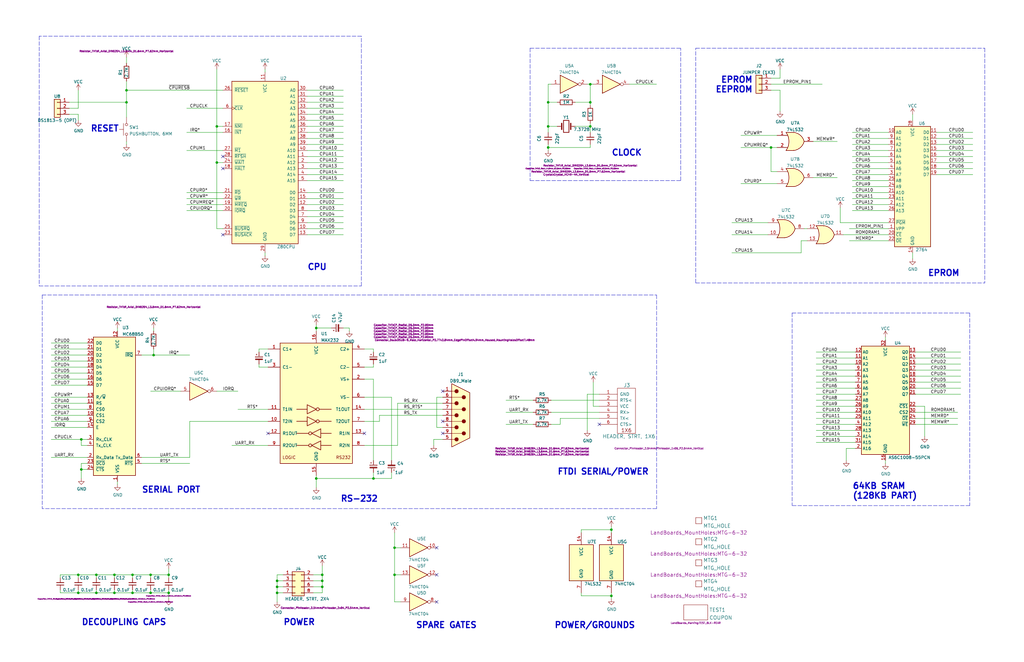
<source format=kicad_sch>
(kicad_sch (version 20211123) (generator eeschema)
  (paper "B")
  (title_block (title "SIMPLE-Z80") (date "2022-09-11") (rev "1") (company "Land Boards LLC"))
  (junction (at 231.14 62.23))
  (junction (at 157.48 201.93))
  (junction (at 133.35 138.43))
  (junction (at 248.92 53.34))
  (junction (at 135.89 247.65))
  (junction (at 71.12 250.19))
  (junction (at 34.29 198.12))
  (junction (at 55.88 242.57))
  (junction (at 33.02 250.19))
  (junction (at 33.02 242.57))
  (junction (at 91.44 53.34))
  (junction (at 71.12 242.57))
  (junction (at 257.81 223.52))
  (junction (at 166.37 242.57))
  (junction (at 231.14 53.34))
  (junction (at 135.89 242.57))
  (junction (at 64.77 149.86))
  (junction (at 116.84 250.19))
  (junction (at 248.92 35.56))
  (junction (at 48.26 250.19))
  (junction (at 48.26 242.57))
  (junction (at 53.34 43.18))
  (junction (at 40.64 242.57))
  (junction (at 133.35 201.93))
  (junction (at 116.84 245.11))
  (junction (at 135.89 245.11))
  (junction (at 53.34 38.1))
  (junction (at 63.5 242.57))
  (junction (at 116.84 247.65))
  (junction (at 91.44 68.58))
  (junction (at 231.14 43.18))
  (junction (at 63.5 250.19))
  (junction (at 40.64 250.19))
  (junction (at 34.29 185.42))
  (junction (at 166.37 231.14))
  (junction (at 55.88 250.19))
  (junction (at 257.81 251.46))
  (junction (at 325.12 62.23))
  (junction (at 248.92 43.18))
  (no_connect (at 184.15 242.57))
  (no_connect (at 184.15 254))
  (no_connect (at 93.98 66.04))
  (no_connect (at 93.98 71.12))
  (no_connect (at 93.98 99.06))
  (no_connect (at 252.73 179.07))
  (no_connect (at 186.69 182.88))
  (no_connect (at 186.69 177.8))
  (no_connect (at 186.69 165.1))
  (no_connect (at 113.03 182.88))
  (no_connect (at 153.67 182.88))
  (no_connect (at 184.15 231.14))
  (wire (pts (xy 359.41 81.28) (xy 374.65 81.28)))
  (wire (pts (xy 48.26 242.57) (xy 48.26 243.84)))
  (wire (pts (xy 135.89 247.65) (xy 135.89 245.11)))
  (wire (pts (xy 129.54 55.88) (xy 144.78 55.88)))
  (polyline (pts (xy 293.37 20.32) (xy 415.29 20.32)))
  (wire (pts (xy 325.12 35.56) (xy 346.71 35.56)))
  (wire (pts (xy 245.11 251.46) (xy 245.11 250.19)))
  (wire (pts (xy 153.67 154.94) (xy 157.48 154.94)))
  (wire (pts (xy 153.67 172.72) (xy 186.69 172.72)))
  (wire (pts (xy 359.41 86.36) (xy 374.65 86.36)))
  (wire (pts (xy 97.79 187.96) (xy 113.03 187.96)))
  (wire (pts (xy 71.12 243.84) (xy 71.12 242.57)))
  (wire (pts (xy 129.54 96.52) (xy 144.78 96.52)))
  (wire (pts (xy 386.08 156.21) (xy 405.13 156.21)))
  (wire (pts (xy 344.17 151.13) (xy 360.68 151.13)))
  (wire (pts (xy 312.42 62.23) (xy 325.12 62.23)))
  (wire (pts (xy 328.93 29.21) (xy 328.93 33.02)))
  (wire (pts (xy 129.54 68.58) (xy 144.78 68.58)))
  (wire (pts (xy 129.54 60.96) (xy 144.78 60.96)))
  (wire (pts (xy 116.84 250.19) (xy 116.84 254)))
  (wire (pts (xy 160.02 177.8) (xy 153.67 177.8)))
  (wire (pts (xy 21.59 175.26) (xy 36.83 175.26)))
  (wire (pts (xy 355.6 99.06) (xy 374.65 99.06)))
  (wire (pts (xy 49.53 138.43) (xy 49.53 139.7)))
  (polyline (pts (xy 334.01 132.08) (xy 408.94 132.08)))
  (wire (pts (xy 80.01 177.8) (xy 113.03 177.8)))
  (wire (pts (xy 359.41 83.82) (xy 374.65 83.82)))
  (wire (pts (xy 40.64 242.57) (xy 40.64 243.84)))
  (wire (pts (xy 48.26 242.57) (xy 40.64 242.57)))
  (wire (pts (xy 248.92 35.56) (xy 248.92 43.18)))
  (wire (pts (xy 344.17 186.69) (xy 360.68 186.69)))
  (wire (pts (xy 252.73 166.37) (xy 247.65 166.37)))
  (polyline (pts (xy 16.51 120.65) (xy 152.4 120.65)))
  (wire (pts (xy 213.36 173.99) (xy 224.79 173.99)))
  (wire (pts (xy 135.89 242.57) (xy 135.89 238.76)))
  (wire (pts (xy 71.12 248.92) (xy 71.12 250.19)))
  (wire (pts (xy 248.92 35.56) (xy 247.65 35.56)))
  (wire (pts (xy 53.34 38.1) (xy 93.98 38.1)))
  (wire (pts (xy 231.14 62.23) (xy 248.92 62.23)))
  (wire (pts (xy 59.69 149.86) (xy 64.77 149.86)))
  (wire (pts (xy 119.38 242.57) (xy 116.84 242.57)))
  (wire (pts (xy 53.34 24.13) (xy 53.34 26.67)))
  (wire (pts (xy 373.38 194.31) (xy 373.38 195.58)))
  (wire (pts (xy 34.29 185.42) (xy 36.83 185.42)))
  (wire (pts (xy 91.44 96.52) (xy 93.98 96.52)))
  (polyline (pts (xy 334.01 132.08) (xy 334.01 213.36)))
  (wire (pts (xy 49.53 203.2) (xy 49.53 204.47)))
  (wire (pts (xy 53.34 59.69) (xy 53.34 60.96)))
  (wire (pts (xy 166.37 231.14) (xy 168.91 231.14)))
  (wire (pts (xy 29.21 43.18) (xy 53.34 43.18)))
  (wire (pts (xy 248.92 62.23) (xy 248.92 60.96)))
  (wire (pts (xy 394.97 60.96) (xy 410.21 60.96)))
  (wire (pts (xy 250.19 161.29) (xy 250.19 171.45)))
  (wire (pts (xy 25.4 250.19) (xy 33.02 250.19)))
  (wire (pts (xy 91.44 53.34) (xy 91.44 68.58)))
  (wire (pts (xy 21.59 152.4) (xy 36.83 152.4)))
  (wire (pts (xy 160.02 175.26) (xy 160.02 177.8)))
  (wire (pts (xy 53.34 38.1) (xy 53.34 43.18)))
  (wire (pts (xy 231.14 43.18) (xy 234.95 43.18)))
  (wire (pts (xy 374.65 101.6) (xy 358.14 101.6)))
  (wire (pts (xy 133.35 138.43) (xy 133.35 139.7)))
  (wire (pts (xy 386.08 151.13) (xy 405.13 151.13)))
  (wire (pts (xy 64.77 147.32) (xy 64.77 149.86)))
  (wire (pts (xy 265.43 35.56) (xy 276.86 35.56)))
  (wire (pts (xy 257.81 250.19) (xy 257.81 251.46)))
  (wire (pts (xy 34.29 198.12) (xy 36.83 198.12)))
  (wire (pts (xy 394.97 63.5) (xy 410.21 63.5)))
  (wire (pts (xy 359.41 58.42) (xy 374.65 58.42)))
  (wire (pts (xy 116.84 245.11) (xy 119.38 245.11)))
  (wire (pts (xy 34.29 195.58) (xy 34.29 198.12)))
  (wire (pts (xy 25.4 242.57) (xy 33.02 242.57)))
  (wire (pts (xy 231.14 53.34) (xy 234.95 53.34)))
  (wire (pts (xy 78.74 81.28) (xy 93.98 81.28)))
  (wire (pts (xy 63.5 248.92) (xy 63.5 250.19)))
  (wire (pts (xy 213.36 179.07) (xy 224.79 179.07)))
  (wire (pts (xy 109.22 153.67) (xy 109.22 154.94)))
  (wire (pts (xy 386.08 173.99) (xy 403.86 173.99)))
  (wire (pts (xy 21.59 167.64) (xy 36.83 167.64)))
  (wire (pts (xy 133.35 137.16) (xy 133.35 138.43)))
  (wire (pts (xy 386.08 153.67) (xy 405.13 153.67)))
  (wire (pts (xy 132.08 245.11) (xy 135.89 245.11)))
  (wire (pts (xy 359.41 71.12) (xy 374.65 71.12)))
  (wire (pts (xy 153.67 187.96) (xy 167.64 187.96)))
  (polyline (pts (xy 223.52 76.2) (xy 287.02 76.2)))
  (wire (pts (xy 129.54 71.12) (xy 144.78 71.12)))
  (wire (pts (xy 344.17 184.15) (xy 360.68 184.15)))
  (wire (pts (xy 386.08 166.37) (xy 405.13 166.37)))
  (wire (pts (xy 325.12 62.23) (xy 325.12 72.39)))
  (wire (pts (xy 358.14 96.52) (xy 374.65 96.52)))
  (wire (pts (xy 144.78 138.43) (xy 147.32 138.43)))
  (wire (pts (xy 78.74 55.88) (xy 93.98 55.88)))
  (wire (pts (xy 386.08 161.29) (xy 405.13 161.29)))
  (wire (pts (xy 386.08 148.59) (xy 405.13 148.59)))
  (wire (pts (xy 78.74 86.36) (xy 93.98 86.36)))
  (wire (pts (xy 132.08 247.65) (xy 135.89 247.65)))
  (polyline (pts (xy 152.4 15.24) (xy 16.51 15.24)))
  (wire (pts (xy 40.64 248.92) (xy 40.64 250.19)))
  (wire (pts (xy 40.64 250.19) (xy 33.02 250.19)))
  (wire (pts (xy 359.41 88.9) (xy 374.65 88.9)))
  (wire (pts (xy 384.81 106.68) (xy 384.81 109.22)))
  (wire (pts (xy 359.41 76.2) (xy 374.65 76.2)))
  (wire (pts (xy 135.89 245.11) (xy 135.89 242.57)))
  (wire (pts (xy 34.29 198.12) (xy 34.29 201.93)))
  (wire (pts (xy 184.15 180.34) (xy 184.15 167.64)))
  (wire (pts (xy 257.81 223.52) (xy 245.11 223.52)))
  (wire (pts (xy 63.5 165.1) (xy 76.2 165.1)))
  (wire (pts (xy 312.42 57.15) (xy 327.66 57.15)))
  (polyline (pts (xy 223.52 20.32) (xy 287.02 20.32)))
  (wire (pts (xy 21.59 170.18) (xy 36.83 170.18)))
  (wire (pts (xy 21.59 157.48) (xy 36.83 157.48)))
  (wire (pts (xy 394.97 73.66) (xy 410.21 73.66)))
  (wire (pts (xy 111.76 29.21) (xy 111.76 30.48)))
  (wire (pts (xy 157.48 154.94) (xy 157.48 153.67)))
  (wire (pts (xy 21.59 193.04) (xy 36.83 193.04)))
  (wire (pts (xy 133.35 200.66) (xy 133.35 201.93)))
  (wire (pts (xy 165.1 201.93) (xy 165.1 199.39)))
  (wire (pts (xy 386.08 163.83) (xy 405.13 163.83)))
  (wire (pts (xy 157.48 147.32) (xy 157.48 148.59)))
  (wire (pts (xy 55.88 242.57) (xy 63.5 242.57)))
  (wire (pts (xy 386.08 176.53) (xy 403.86 176.53)))
  (wire (pts (xy 166.37 242.57) (xy 168.91 242.57)))
  (wire (pts (xy 394.97 66.04) (xy 410.21 66.04)))
  (polyline (pts (xy 16.51 15.24) (xy 16.51 120.65)))
  (wire (pts (xy 337.82 106.68) (xy 337.82 101.6)))
  (wire (pts (xy 186.69 175.26) (xy 160.02 175.26)))
  (wire (pts (xy 21.59 154.94) (xy 36.83 154.94)))
  (wire (pts (xy 312.42 77.47) (xy 327.66 77.47)))
  (wire (pts (xy 21.59 177.8) (xy 36.83 177.8)))
  (polyline (pts (xy 276.86 124.46) (xy 276.86 214.63)))
  (wire (pts (xy 344.17 179.07) (xy 360.68 179.07)))
  (wire (pts (xy 129.54 43.18) (xy 144.78 43.18)))
  (wire (pts (xy 78.74 83.82) (xy 93.98 83.82)))
  (wire (pts (xy 308.61 93.98) (xy 323.85 93.98)))
  (wire (pts (xy 231.14 43.18) (xy 231.14 53.34)))
  (wire (pts (xy 157.48 194.31) (xy 157.48 160.02)))
  (polyline (pts (xy 408.94 132.08) (xy 408.94 213.36)))
  (wire (pts (xy 394.97 68.58) (xy 410.21 68.58)))
  (wire (pts (xy 129.54 48.26) (xy 144.78 48.26)))
  (wire (pts (xy 386.08 158.75) (xy 405.13 158.75)))
  (wire (pts (xy 21.59 162.56) (xy 36.83 162.56)))
  (wire (pts (xy 113.03 154.94) (xy 109.22 154.94)))
  (wire (pts (xy 231.14 62.23) (xy 231.14 63.5)))
  (wire (pts (xy 91.44 68.58) (xy 91.44 96.52)))
  (wire (pts (xy 248.92 43.18) (xy 248.92 44.45)))
  (wire (pts (xy 325.12 72.39) (xy 327.66 72.39)))
  (wire (pts (xy 116.84 250.19) (xy 119.38 250.19)))
  (wire (pts (xy 257.81 251.46) (xy 257.81 252.73)))
  (wire (pts (xy 129.54 50.8) (xy 144.78 50.8)))
  (polyline (pts (xy 276.86 214.63) (xy 17.78 214.63)))
  (wire (pts (xy 232.41 179.07) (xy 236.22 179.07)))
  (wire (pts (xy 359.41 60.96) (xy 374.65 60.96)))
  (wire (pts (xy 359.41 78.74) (xy 374.65 78.74)))
  (wire (pts (xy 78.74 63.5) (xy 93.98 63.5)))
  (wire (pts (xy 91.44 68.58) (xy 93.98 68.58)))
  (wire (pts (xy 25.4 242.57) (xy 25.4 243.84)))
  (wire (pts (xy 133.35 138.43) (xy 139.7 138.43)))
  (wire (pts (xy 257.81 251.46) (xy 245.11 251.46)))
  (wire (pts (xy 129.54 93.98) (xy 144.78 93.98)))
  (wire (pts (xy 344.17 166.37) (xy 360.68 166.37)))
  (wire (pts (xy 354.33 87.63) (xy 354.33 93.98)))
  (wire (pts (xy 91.44 29.21) (xy 91.44 53.34)))
  (wire (pts (xy 344.17 168.91) (xy 360.68 168.91)))
  (wire (pts (xy 129.54 86.36) (xy 144.78 86.36)))
  (wire (pts (xy 21.59 144.78) (xy 36.83 144.78)))
  (wire (pts (xy 129.54 83.82) (xy 144.78 83.82)))
  (wire (pts (xy 36.83 195.58) (xy 34.29 195.58)))
  (wire (pts (xy 21.59 185.42) (xy 34.29 185.42)))
  (wire (pts (xy 344.17 161.29) (xy 360.68 161.29)))
  (wire (pts (xy 342.9 74.93) (xy 353.06 74.93)))
  (wire (pts (xy 344.17 153.67) (xy 360.68 153.67)))
  (wire (pts (xy 129.54 38.1) (xy 144.78 38.1)))
  (wire (pts (xy 111.76 106.68) (xy 111.76 107.95)))
  (wire (pts (xy 100.33 172.72) (xy 113.03 172.72)))
  (wire (pts (xy 59.69 193.04) (xy 80.01 193.04)))
  (wire (pts (xy 252.73 171.45) (xy 250.19 171.45)))
  (wire (pts (xy 248.92 53.34) (xy 248.92 55.88)))
  (wire (pts (xy 78.74 88.9) (xy 93.98 88.9)))
  (wire (pts (xy 252.73 176.53) (xy 236.22 176.53)))
  (wire (pts (xy 359.41 73.66) (xy 374.65 73.66)))
  (wire (pts (xy 64.77 149.86) (xy 80.01 149.86)))
  (wire (pts (xy 21.59 160.02) (xy 36.83 160.02)))
  (polyline (pts (xy 415.29 20.32) (xy 415.29 119.38)))
  (wire (pts (xy 166.37 254) (xy 168.91 254)))
  (wire (pts (xy 71.12 250.19) (xy 71.12 252.73)))
  (wire (pts (xy 359.41 55.88) (xy 374.65 55.88)))
  (wire (pts (xy 186.69 180.34) (xy 184.15 180.34)))
  (wire (pts (xy 344.17 156.21) (xy 360.68 156.21)))
  (wire (pts (xy 21.59 172.72) (xy 36.83 172.72)))
  (wire (pts (xy 129.54 76.2) (xy 144.78 76.2)))
  (wire (pts (xy 55.88 250.19) (xy 55.88 248.92)))
  (wire (pts (xy 325.12 33.02) (xy 328.93 33.02)))
  (wire (pts (xy 21.59 147.32) (xy 36.83 147.32)))
  (wire (pts (xy 157.48 201.93) (xy 165.1 201.93)))
  (wire (pts (xy 109.22 148.59) (xy 109.22 147.32)))
  (wire (pts (xy 147.32 138.43) (xy 147.32 139.7)))
  (wire (pts (xy 93.98 53.34) (xy 91.44 53.34)))
  (wire (pts (xy 344.17 181.61) (xy 360.68 181.61)))
  (wire (pts (xy 257.81 222.25) (xy 257.81 223.52)))
  (wire (pts (xy 308.61 99.06) (xy 323.85 99.06)))
  (wire (pts (xy 63.5 243.84) (xy 63.5 242.57)))
  (wire (pts (xy 344.17 171.45) (xy 360.68 171.45)))
  (wire (pts (xy 21.59 180.34) (xy 36.83 180.34)))
  (wire (pts (xy 29.21 45.72) (xy 33.02 45.72)))
  (wire (pts (xy 373.38 142.24) (xy 373.38 143.51)))
  (wire (pts (xy 231.14 35.56) (xy 231.14 43.18)))
  (wire (pts (xy 257.81 223.52) (xy 257.81 224.79)))
  (wire (pts (xy 231.14 60.96) (xy 231.14 62.23)))
  (wire (pts (xy 167.64 170.18) (xy 186.69 170.18)))
  (wire (pts (xy 165.1 167.64) (xy 165.1 194.31)))
  (wire (pts (xy 25.4 250.19) (xy 25.4 248.92)))
  (wire (pts (xy 167.64 170.18) (xy 167.64 187.96)))
  (wire (pts (xy 153.67 167.64) (xy 165.1 167.64)))
  (wire (pts (xy 166.37 231.14) (xy 166.37 242.57)))
  (wire (pts (xy 245.11 223.52) (xy 245.11 224.79)))
  (wire (pts (xy 153.67 147.32) (xy 157.48 147.32)))
  (polyline (pts (xy 223.52 20.32) (xy 223.52 76.2)))
  (wire (pts (xy 116.84 247.65) (xy 116.84 250.19)))
  (wire (pts (xy 78.74 45.72) (xy 93.98 45.72)))
  (wire (pts (xy 63.5 242.57) (xy 71.12 242.57)))
  (wire (pts (xy 33.02 250.19) (xy 33.02 248.92)))
  (wire (pts (xy 386.08 179.07) (xy 403.86 179.07)))
  (wire (pts (xy 53.34 34.29) (xy 53.34 38.1)))
  (wire (pts (xy 129.54 58.42) (xy 144.78 58.42)))
  (wire (pts (xy 129.54 91.44) (xy 144.78 91.44)))
  (wire (pts (xy 247.65 166.37) (xy 247.65 181.61)))
  (wire (pts (xy 21.59 149.86) (xy 36.83 149.86)))
  (wire (pts (xy 40.64 242.57) (xy 33.02 242.57)))
  (wire (pts (xy 394.97 58.42) (xy 410.21 58.42)))
  (wire (pts (xy 63.5 250.19) (xy 55.88 250.19)))
  (wire (pts (xy 344.17 176.53) (xy 360.68 176.53)))
  (wire (pts (xy 344.17 148.59) (xy 360.68 148.59)))
  (wire (pts (xy 384.81 48.26) (xy 384.81 50.8)))
  (wire (pts (xy 80.01 193.04) (xy 80.01 177.8)))
  (wire (pts (xy 325.12 38.1) (xy 328.93 38.1)))
  (wire (pts (xy 133.35 201.93) (xy 133.35 205.74)))
  (wire (pts (xy 53.34 43.18) (xy 53.34 49.53)))
  (polyline (pts (xy 293.37 119.38) (xy 293.37 20.32)))
  (polyline (pts (xy 152.4 120.65) (xy 152.4 15.24)))
  (wire (pts (xy 129.54 73.66) (xy 144.78 73.66)))
  (wire (pts (xy 48.26 250.19) (xy 40.64 250.19)))
  (wire (pts (xy 71.12 240.03) (xy 71.12 242.57)))
  (wire (pts (xy 182.88 185.42) (xy 186.69 185.42)))
  (wire (pts (xy 339.09 96.52) (xy 340.36 96.52)))
  (wire (pts (xy 308.61 106.68) (xy 337.82 106.68)))
  (wire (pts (xy 64.77 138.43) (xy 64.77 139.7)))
  (wire (pts (xy 166.37 224.79) (xy 166.37 231.14)))
  (wire (pts (xy 232.41 173.99) (xy 252.73 173.99)))
  (wire (pts (xy 132.08 242.57) (xy 135.89 242.57)))
  (wire (pts (xy 232.41 168.91) (xy 252.73 168.91)))
  (wire (pts (xy 242.57 53.34) (xy 248.92 53.34)))
  (wire (pts (xy 48.26 248.92) (xy 48.26 250.19)))
  (wire (pts (xy 231.14 53.34) (xy 231.14 55.88)))
  (wire (pts (xy 386.08 171.45) (xy 389.89 171.45)))
  (wire (pts (xy 157.48 201.93) (xy 157.48 199.39)))
  (wire (pts (xy 135.89 250.19) (xy 135.89 247.65)))
  (wire (pts (xy 29.21 48.26) (xy 33.02 48.26)))
  (wire (pts (xy 55.88 250.19) (xy 48.26 250.19)))
  (wire (pts (xy 129.54 99.06) (xy 144.78 99.06)))
  (wire (pts (xy 182.88 185.42) (xy 182.88 187.96)))
  (wire (pts (xy 248.92 53.34) (xy 248.92 52.07)))
  (wire (pts (xy 394.97 71.12) (xy 410.21 71.12)))
  (wire (pts (xy 248.92 43.18) (xy 242.57 43.18)))
  (wire (pts (xy 359.41 68.58) (xy 374.65 68.58)))
  (wire (pts (xy 328.93 38.1) (xy 328.93 46.99)))
  (wire (pts (xy 129.54 63.5) (xy 144.78 63.5)))
  (wire (pts (xy 344.17 163.83) (xy 360.68 163.83)))
  (wire (pts (xy 359.41 63.5) (xy 374.65 63.5)))
  (wire (pts (xy 33.02 38.1) (xy 33.02 45.72)))
  (wire (pts (xy 116.84 242.57) (xy 116.84 245.11)))
  (wire (pts (xy 71.12 250.19) (xy 63.5 250.19)))
  (wire (pts (xy 55.88 242.57) (xy 48.26 242.57)))
  (wire (pts (xy 129.54 45.72) (xy 144.78 45.72)))
  (wire (pts (xy 129.54 66.04) (xy 144.78 66.04)))
  (wire (pts (xy 109.22 147.32) (xy 113.03 147.32)))
  (wire (pts (xy 342.9 59.69) (xy 353.06 59.69)))
  (wire (pts (xy 55.88 243.84) (xy 55.88 242.57)))
  (wire (pts (xy 184.15 167.64) (xy 186.69 167.64)))
  (wire (pts (xy 34.29 187.96) (xy 36.83 187.96)))
  (wire (pts (xy 116.84 245.11) (xy 116.84 247.65)))
  (wire (pts (xy 250.19 35.56) (xy 248.92 35.56)))
  (wire (pts (xy 389.89 171.45) (xy 389.89 184.15)))
  (polyline (pts (xy 287.02 76.2) (xy 287.02 20.32)))
  (polyline (pts (xy 293.37 119.38) (xy 415.29 119.38)))
  (wire (pts (xy 344.17 158.75) (xy 360.68 158.75)))
  (wire (pts (xy 91.44 165.1) (xy 100.33 165.1)))
  (wire (pts (xy 213.36 168.91) (xy 224.79 168.91)))
  (wire (pts (xy 356.87 189.23) (xy 360.68 189.23)))
  (wire (pts (xy 33.02 242.57) (xy 33.02 243.84)))
  (wire (pts (xy 359.41 66.04) (xy 374.65 66.04)))
  (wire (pts (xy 133.35 201.93) (xy 157.48 201.93)))
  (wire (pts (xy 325.12 62.23) (xy 327.66 62.23)))
  (wire (pts (xy 166.37 242.57) (xy 166.37 254)))
  (polyline (pts (xy 408.94 213.36) (xy 334.01 213.36)))
  (polyline (pts (xy 17.78 124.46) (xy 17.78 214.63)))
  (wire (pts (xy 129.54 40.64) (xy 144.78 40.64)))
  (wire (pts (xy 236.22 176.53) (xy 236.22 179.07)))
  (wire (pts (xy 116.84 247.65) (xy 119.38 247.65)))
  (wire (pts (xy 129.54 53.34) (xy 144.78 53.34)))
  (wire (pts (xy 129.54 88.9) (xy 144.78 88.9)))
  (wire (pts (xy 344.17 173.99) (xy 360.68 173.99)))
  (wire (pts (xy 34.29 185.42) (xy 34.29 187.96)))
  (wire (pts (xy 157.48 160.02) (xy 153.67 160.02)))
  (wire (pts (xy 337.82 101.6) (xy 340.36 101.6)))
  (wire (pts (xy 354.33 93.98) (xy 374.65 93.98)))
  (wire (pts (xy 394.97 55.88) (xy 410.21 55.88)))
  (wire (pts (xy 33.02 48.26) (xy 33.02 50.8)))
  (polyline (pts (xy 17.78 124.46) (xy 276.86 124.46)))
  (wire (pts (xy 132.08 250.19) (xy 135.89 250.19)))
  (wire (pts (xy 356.87 194.31) (xy 356.87 189.23)))
  (wire (pts (xy 232.41 35.56) (xy 231.14 35.56)))
  (wire (pts (xy 129.54 81.28) (xy 144.78 81.28)))
  (wire (pts (xy 59.69 195.58) (xy 80.01 195.58)))
  (text "POWER" (at 119.38 264.16 0) (effects (font (size 2.54 2.54) (thickness 0.508) bold) (justify left bottom)))
  (text "RESET" (at 38.1 55.88 0) (effects (font (size 2.54 2.54) (thickness 0.508) bold) (justify left bottom)))
  (text "64KB SRAM\n(128KB PART)" (at 359.41 210.82 0) (effects (font (size 2.54 2.54) (thickness 0.508) bold) (justify left bottom)))
  (text "DECOUPLING CAPS" (at 34.29 264.16 0) (effects (font (size 2.54 2.54) (thickness 0.508) bold) (justify left bottom)))
  (text "SPARE GATES" (at 175.26 265.43 0) (effects (font (size 2.54 2.54) (thickness 0.508) bold) (justify left bottom)))
  (text "FTDI SERIAL/POWER" (at 234.95 200.66 0) (effects (font (size 2.54 2.54) (thickness 0.508) bold) (justify left bottom)))
  (text "SERIAL PORT" (at 59.69 208.28 0) (effects (font (size 2.54 2.54) (thickness 0.508) bold) (justify left bottom)))
  (text "EPROM\nEEPROM" (at 317.5 39.37 180) (effects (font (size 2.54 2.54) (thickness 0.508) bold) (justify right bottom)))
  (text "POWER/GROUNDS" (at 233.68 265.43 0) (effects (font (size 2.54 2.54) (thickness 0.508) bold) (justify left bottom)))
  (text "EPROM" (at 391.16 116.84 0) (effects (font (size 2.54 2.54) (thickness 0.508) bold) (justify left bottom)))
  (text "CPU" (at 129.54 114.3 0) (effects (font (size 2.54 2.54) (thickness 0.508) bold) (justify left bottom)))
  (text "CLOCK" (at 257.81 66.04 0) (effects (font (size 2.54 2.54) (thickness 0.508) bold) (justify left bottom)))
  (text "RS-232" (at 143.51 212.09 0) (effects (font (size 2.54 2.54) (thickness 0.508) bold) (justify left bottom)))
  (label "CPUD6" (at 134.62 96.52 0))
  (label "CPUA8" (at 360.68 76.2 0))
  (label "CPURD*" (at 80.01 81.28 0))
  (label "CPUA14" (at 309.88 99.06 0))
  (label "UART_RX" (at 214.63 173.99 0))
  (label "MEMRD*" (at 360.68 101.6 0))
  (label "CPUA9" (at 134.62 60.96 0))
  (label "CPUA0" (at 346.71 148.59 0))
  (label "CPUA1" (at 134.62 40.64 0))
  (label "MEMWR*" (at 392.43 179.07 0))
  (label "CPUA12" (at 346.71 179.07 0))
  (label "CPUA12" (at 134.62 68.58 0))
  (label "CPUD4" (at 22.86 154.94 0))
  (label "CPUWR*" (at 313.69 57.15 0))
  (label "CPUD4" (at 400.05 66.04 0))
  (label "CPUA3" (at 134.62 45.72 0))
  (label "CPUA15" (at 134.62 76.2 0))
  (label "CPUA7" (at 360.68 73.66 0))
  (label "CPUA6" (at 360.68 71.12 0))
  (label "CPUD7" (at 22.86 162.56 0))
  (label "CPUA11" (at 346.71 176.53 0))
  (label "CPUMREQ*" (at 313.69 62.23 0))
  (label "CPUD1" (at 22.86 147.32 0))
  (label "CPUA15" (at 309.88 106.68 0))
  (label "CPUD5" (at 392.43 161.29 0))
  (label "CPUD2" (at 22.86 149.86 0))
  (label "CPUD7" (at 134.62 99.06 0))
  (label "CPUD3" (at 134.62 88.9 0))
  (label "MEMWR*" (at 344.17 59.69 0))
  (label "CPUM1" (at 22.86 172.72 0))
  (label "CPUD4" (at 134.62 91.44 0))
  (label "CPUMREQ*" (at 80.01 86.36 0))
  (label "CPUD6" (at 22.86 160.02 0))
  (label "CPUA4" (at 360.68 66.04 0))
  (label "CPUA8" (at 134.62 58.42 0))
  (label "RS_RX" (at 170.18 170.18 0))
  (label "CPUA2" (at 134.62 43.18 0))
  (label "CPUCLK" (at 22.86 185.42 0))
  (label "CPUD3" (at 392.43 156.21 0))
  (label "UART_RX" (at 22.86 193.04 0))
  (label "CPUD7" (at 400.05 73.66 0))
  (label "UART_RX" (at 99.06 187.96 0))
  (label "CPUA11" (at 360.68 83.82 0))
  (label "EPROM_PIN1" (at 330.2 35.56 0))
  (label "CPUD2" (at 400.05 60.96 0))
  (label "CPUA13" (at 346.71 181.61 0))
  (label "MEMRD*" (at 344.17 74.93 0))
  (label "CPUA12" (at 360.68 86.36 0))
  (label "CPUIORQ*" (at 80.01 88.9 0))
  (label "CPUA7" (at 22.86 175.26 0))
  (label "CPUA14" (at 134.62 73.66 0))
  (label "CPUD5" (at 22.86 157.48 0))
  (label "CPUA0" (at 22.86 170.18 0))
  (label "CPUA6" (at 346.71 163.83 0))
  (label "CPUD3" (at 22.86 152.4 0))
  (label "CPUD1" (at 392.43 151.13 0))
  (label "CPUA10" (at 134.62 63.5 0))
  (label "IRQ*" (at 80.01 55.88 0))
  (label "CPUD2" (at 392.43 153.67 0))
  (label "CPUD0" (at 392.43 148.59 0))
  (label "CPUA9" (at 346.71 171.45 0))
  (label "MEMRD*" (at 392.43 176.53 0))
  (label "EPROM_PIN1" (at 360.68 96.52 0))
  (label "CPUD7" (at 392.43 166.37 0))
  (label "CPUA2" (at 360.68 60.96 0))
  (label "ROM0RAM1" (at 392.43 173.99 0))
  (label "CPUA5" (at 346.71 161.29 0))
  (label "UART_TX" (at 67.31 193.04 0))
  (label "CPUD6" (at 392.43 163.83 0))
  (label "RTS*" (at 67.31 195.58 0))
  (label "CPUA1" (at 360.68 58.42 0))
  (label "CPURD*" (at 313.69 77.47 0))
  (label "CPUD3" (at 400.05 63.5 0))
  (label "IORQ" (at 22.86 180.34 0))
  (label "CPUD0" (at 400.05 55.88 0))
  (label "ROM0RAM1" (at 360.68 99.06 0))
  (label "CPUD2" (at 134.62 86.36 0))
  (label "CPUWR*" (at 80.01 83.82 0))
  (label "CPUD5" (at 400.05 68.58 0))
  (label "CPUA3" (at 346.71 156.21 0))
  (label "CPUD4" (at 392.43 158.75 0))
  (label "IRQ*" (at 71.12 149.86 0))
  (label "CPUA8" (at 346.71 168.91 0))
  (label "CPUA7" (at 346.71 166.37 0))
  (label "CPUA4" (at 134.62 48.26 0))
  (label "RS_RTS*" (at 170.18 172.72 0))
  (label "CPUA3" (at 360.68 63.5 0))
  (label "CPUA13" (at 134.62 71.12 0))
  (label "CPUA2" (at 346.71 153.67 0))
  (label "CPUA6" (at 134.62 53.34 0))
  (label "CPUCLK" (at 80.01 45.72 0))
  (label "CPUA7" (at 134.62 55.88 0))
  (label "CPUA10" (at 346.71 173.99 0))
  (label "RTS*" (at 104.14 172.72 0))
  (label "CPUA5" (at 360.68 68.58 0))
  (label "CPUA5" (at 134.62 50.8 0))
  (label "CPUA10" (at 360.68 81.28 0))
  (label "CPUA9" (at 360.68 78.74 0))
  (label "CPUA4" (at 346.71 158.75 0))
  (label "CPUA14" (at 346.71 184.15 0))
  (label "CPUA1" (at 346.71 151.13 0))
  (label "CPUD0" (at 134.62 81.28 0))
  (label "CPUA11" (at 134.62 66.04 0))
  (label "UART_TX" (at 214.63 179.07 0))
  (label "CPUWR*" (at 22.86 167.64 0))
  (label "RTS*" (at 214.63 168.91 0))
  (label "CPUIORQ*" (at 64.77 165.1 0))
  (label "CPUM1" (at 80.01 63.5 0))
  (label "CPUD1" (at 134.62 83.82 0))
  (label "CPUD5" (at 134.62 93.98 0))
  (label "CPUA15" (at 346.71 186.69 0))
  (label "CPUCLK" (at 267.97 35.56 0))
  (label "IORQ" (at 93.98 165.1 0))
  (label "CPUD0" (at 22.86 144.78 0))
  (label "CPUA13" (at 360.68 88.9 0))
  (label "CPUA0" (at 360.68 55.88 0))
  (label "CPUA0" (at 134.62 38.1 0))
  (label "RS_TX" (at 170.18 175.26 0))
  (label "CPUA13" (at 309.88 93.98 0))
  (label "~{CPURESB}" (at 71.12 38.1 0))
  (label "CPUA6" (at 22.86 177.8 0))
  (label "CPUD6" (at 400.05 71.12 0))
  (label "CPUD1" (at 400.05 58.42 0))
  (symbol (lib_id "power:GND") (at 111.76 107.95 0) (unit 1)
    (property "Reference" "#PWR0101" (effects hide))
    (property "Value" "GND" (at 111.887 112.3442 0))
  )
  (symbol (lib_id "74xx:74LS32") (at 245.11 237.49 0) (unit 5)
    (property "Reference" "U7" (at 247.65 228.6 0) (effects (justify left)))
    (property "Value" "74LS32" (at 246.38 246.38 0) (effects (justify left)))
    (property "Footprint" "Package_DIP:DIP-14_W7.62mm_LongPads" (effects hide))
    (property "Datasheet" "http://www.ti.com/lit/gpn/sn74LS32" (effects hide))
  )
  (symbol (lib_id "power:VCC") (at 250.19 161.29 0) (unit 1)
    (property "Reference" "#PWR0126" (effects hide))
    (property "Value" "VCC" (at 250.19 157.6855 0))
  )
  (symbol (lib_id "power:VCC") (at 384.81 48.26 0) (unit 1)
    (property "Reference" "#PWR0108" (effects hide))
    (property "Value" "VCC" (at 384.81 44.6555 0))
  )
  (symbol (lib_id "Switch:SW_Push") (at 53.34 54.61 90) (unit 1)
    (property "Reference" "SW1" (at 54.483 53.7015 90) (effects (justify right)))
    (property "Value" "PUSHBUTTON, 6MM" (at 54.483 56.4766 90) (effects (justify right)))
    (property "Footprint" "Button_Switch_THT:SW_PUSH_6mm_H8.5mm" (effects hide))
  )
  (symbol (lib_id "Device:R") (at 228.6 173.99 90) (unit 1)
    (property "Reference" "R6" (at 228.6 171.45 90))
    (property "Value" "2.7K" (at 228.6 173.99 90))
    (property "Footprint" "Resistor_THT:R_Axial_DIN0204_L3.6mm_D1.6mm_P7.62mm_Horizontal" (at 228.6 190.5 90) (effects (font (size 0.762 0.762))))
    (property "Datasheet" "https://www.mouser.com/ProductDetail/Xicon/299-2.7K-RC?qs=sGAEpiMZZMsPqMdJzcrNwi5wZazroUaaviDzz9InDsw%3D" (effects hide))
  )
  (symbol (lib_id "74xx:74LS32") (at 335.28 59.69 0) (unit 1)
    (property "Reference" "U7" (at 335.28 51.9135 0))
    (property "Value" "74LS32" (at 335.28 54.6886 0))
    (property "Footprint" "Package_DIP:DIP-14_W7.62mm_LongPads" (effects hide))
    (property "Datasheet" "http://www.ti.com/lit/gpn/sn74LS32" (effects hide))
  )
  (symbol (lib_id "74xx:74LS04") (at 240.03 35.56 0) (unit 1)
    (property "Reference" "U5" (at 240.03 27.7835 0))
    (property "Value" "74HCT04" (at 240.03 30.5586 0))
    (property "Footprint" "Package_DIP:DIP-14_W7.62mm_LongPads" (effects hide))
    (property "Datasheet" "http://www.ti.com/lit/gpn/sn74LS04" (effects hide))
  )
  (symbol (lib_id "74xx:74LS32") (at 331.47 96.52 0) (unit 3)
    (property "Reference" "U7" (at 331.47 88.7435 0))
    (property "Value" "74LS32" (at 331.47 91.5186 0))
    (property "Footprint" "Package_DIP:DIP-14_W7.62mm_LongPads" (effects hide))
    (property "Datasheet" "http://www.ti.com/lit/gpn/sn74LS32" (effects hide))
  )
  (symbol (lib_id "Device:C_Small") (at 40.64 246.38 180) (unit 1)
    (property "Reference" "C11" (at 43.18 243.84 0))
    (property "Value" "0.1uF" (at 44.45 248.92 0))
    (property "Footprint" "Capacitor_THT:C_Rect_L4.0mm_W2.5mm_P2.50mm" (at 40.64 252.73 0) (effects (font (size 0.508 0.508))))
  )
  (symbol (lib_id "power:VCC") (at 91.44 29.21 0) (unit 1)
    (property "Reference" "#PWR0130" (effects hide))
    (property "Value" "VCC" (at 91.44 25.6055 0))
  )
  (symbol (lib_id "Device:C_Small") (at 63.5 246.38 180) (unit 1)
    (property "Reference" "C8" (at 66.04 243.84 0))
    (property "Value" "0.1uF" (at 67.31 248.92 0))
    (property "Footprint" "Capacitor_THT:C_Rect_L4.0mm_W2.5mm_P2.50mm" (at 63.5 254 0) (effects (font (size 0.508 0.508))))
  )
  (symbol (lib_id "Interface_UART:MAX232") (at 133.35 170.18 0) (unit 1)
    (property "Reference" "U1" (at 135.3694 140.8135 0) (effects (justify left)))
    (property "Value" "MAX232" (at 135.3694 143.5886 0) (effects (justify left)))
    (property "Footprint" "Package_DIP:DIP-16_W7.62mm_LongPads" (effects hide))
    (property "Datasheet" "http://www.ti.com/lit/ds/symlink/max232.pdf" (effects hide))
  )
  (symbol (lib_id "power:GND") (at 247.65 181.61 0) (unit 1)
    (property "Reference" "#PWR0127" (effects hide))
    (property "Value" "GND" (at 247.777 186.0042 0))
  )
  (symbol (lib_id "power:GND") (at 33.02 50.8 0) (unit 1)
    (property "Reference" "#PWR0133" (effects hide))
    (property "Value" "GND" (at 33.147 55.1942 0))
  )
  (symbol (lib_id "power:GND") (at 182.88 187.96 0) (unit 1)
    (property "Reference" "#PWR0123" (effects hide))
    (property "Value" "GND" (at 183.007 192.3542 0))
  )
  (symbol (lib_id "CPU:Z80CPU") (at 111.76 68.58 0) (unit 1)
    (property "Reference" "U2" (at 118.11 33.02 0) (effects (justify left)))
    (property "Value" "Z80CPU" (at 116.84 104.14 0) (effects (justify left)))
    (property "Footprint" "Package_DIP:DIP-40_W15.24mm_LongPads" (effects hide))
    (property "Datasheet" "www.zilog.com/manage_directlink.php?filepath=docs/z80/um0080" (effects hide))
  )
  (symbol (lib_id "power:GND") (at 71.12 252.73 0) (unit 1)
    (property "Reference" "#PWR0106" (effects hide))
    (property "Value" "GND" (at 71.247 257.1242 0))
  )
  (symbol (lib_id "74xx:74LS04") (at 257.81 237.49 0) (unit 7)
    (property "Reference" "U5" (at 260.35 228.6 0) (effects (justify left)))
    (property "Value" "74HCT04" (at 259.08 246.38 0) (effects (justify left)))
    (property "Footprint" "Package_DIP:DIP-14_W7.62mm_LongPads" (effects hide))
    (property "Datasheet" "http://www.ti.com/lit/gpn/sn74LS04" (effects hide))
  )
  (symbol (lib_id "Connector_Generic:Conn_02x04_Odd_Even") (at 124.46 245.11 0) (unit 1)
    (property "Reference" "J4" (at 125.73 240.03 0))
    (property "Value" "HEADER, STRT, 2X4" (at 129.54 252.73 0))
    (property "Footprint" "Connector_PinHeader_2.54mm:PinHeader_2x04_P2.54mm_Vertical" (at 137.16 256.54 0) (effects (font (size 0.762 0.762) bold)))
  )
  (symbol (lib_id "Device:C_Polarized_Small") (at 142.24 138.43 90) (unit 1)
    (property "Reference" "C14" (at 140.7854 136.271 0) (effects (justify left)))
    (property "Value" "47uF" (at 143.5605 136.271 0) (effects (justify left)))
    (property "Footprint" "Capacitor_THT:CP_Radial_D5.0mm_P2.00mm" (at 170.18 137.16 90) (effects (font (size 0.762 0.762) bold)))
  )
  (symbol (lib_id "power:GND") (at 147.32 139.7 0) (unit 1)
    (property "Reference" "#PWR0117" (effects hide))
    (property "Value" "GND" (at 147.447 144.0942 0))
  )
  (symbol (lib_id "power:GND") (at 384.81 109.22 0) (unit 1)
    (property "Reference" "#PWR0109" (effects hide))
    (property "Value" "GND" (at 384.937 113.6142 0))
  )
  (symbol (lib_id "Device:C_Polarized_Small") (at 165.1 196.85 180) (unit 1)
    (property "Reference" "C4" (at 170.18 195.58 0) (effects (justify left)))
    (property "Value" "1uF" (at 170.18 199.39 0) (effects (justify left)))
    (property "Footprint" "Capacitor_THT:CP_Radial_D5.0mm_P2.00mm" (at 170.18 142.24 0) (effects (font (size 0.762 0.762) bold)))
    (property "Datasheet" "https://www.mouser.com/ProductDetail/710-860020672005" (effects hide))
  )
  (symbol (lib_id "Memory_EPROM:27C128") (at 384.81 78.74 0) (unit 1)
    (property "Reference" "U6" (at 387.35 52.07 0) (effects (justify left)))
    (property "Value" "2764" (at 386.08 105.41 0) (effects (justify left)))
    (property "Footprint" "Package_DIP:DIP-28_W15.24mm_LongPads" (effects hide))
    (property "Datasheet" "http://ww1.microchip.com/downloads/en/devicedoc/11003L.pdf" (effects hide))
  )
  (symbol (lib_id "74xx:74LS32") (at 335.28 74.93 0) (unit 2)
    (property "Reference" "U7" (at 335.28 67.1535 0))
    (property "Value" "74LS32" (at 335.28 69.9286 0))
    (property "Footprint" "Package_DIP:DIP-14_W7.62mm_LongPads" (effects hide))
    (property "Datasheet" "http://www.ti.com/lit/gpn/sn74LS32" (effects hide))
  )
  (symbol (lib_id "Device:Crystal") (at 238.76 53.34 0) (unit 1)
    (property "Reference" "Y1" (at 238.76 49.53 0))
    (property "Value" "7.3728 MHz" (at 247.65 54.61 0))
    (property "Footprint" "Crystal:Crystal_HC49-4H_Vertical" (at 238.76 73.66 0) (effects (font (size 0.762 0.762))))
    (property "Datasheet" "https://www.mouser.com/ProductDetail/815-ABL-7.3728-B2" (effects hide))
  )
  (symbol (lib_id "LandBoards_Cards:FTDI-Slave") (at 264.16 172.72 0) (unit 1)
    (property "Reference" "J3" (at 262.89 162.56 0) (effects (font (size 1.524 1.524)) (justify left)))
    (property "Value" "HEADER, STRT, 1X6" (at 254 184.15 0) (effects (font (size 1.524 1.524)) (justify left)))
    (property "Footprint" "Connector_PinHeader_2.54mm:PinHeader_1x06_P2.54mm_Vertical" (at 259.08 189.23 0) (effects (font (size 0.762 0.762)) (justify left)))
  )
  (symbol (lib_id "Device:C_Polarized_Small") (at 157.48 196.85 0) (unit 1)
    (property "Reference" "C3" (at 159.639 195.3954 0) (effects (justify left)))
    (property "Value" "1uF" (at 158.75 199.39 0) (effects (justify left)))
    (property "Footprint" "Capacitor_THT:CP_Radial_D5.0mm_P2.00mm" (at 170.18 140.97 0) (effects (font (size 0.762 0.762) bold)))
    (property "Datasheet" "https://www.mouser.com/ProductDetail/710-860020672005" (effects hide))
  )
  (symbol (lib_id "power:VCC") (at 111.76 29.21 0) (unit 1)
    (property "Reference" "#PWR0103" (effects hide))
    (property "Value" "VCC" (at 111.76 25.6055 0))
  )
  (symbol (lib_id "74xx:74LS04") (at 257.81 35.56 0) (unit 2)
    (property "Reference" "U5" (at 257.81 27.7835 0))
    (property "Value" "74HCT04" (at 257.81 30.5586 0))
    (property "Footprint" "Package_DIP:DIP-14_W7.62mm_LongPads" (effects hide))
    (property "Datasheet" "http://www.ti.com/lit/gpn/sn74LS04" (effects hide))
  )
  (symbol (lib_id "power:VCC") (at 49.53 138.43 0) (unit 1)
    (property "Reference" "#PWR0125" (effects hide))
    (property "Value" "VCC" (at 49.53 134.8255 0))
  )
  (symbol (lib_id "power:GND") (at 116.84 254 0) (unit 1)
    (property "Reference" "#PWR0129" (effects hide))
    (property "Value" "GND" (at 116.967 258.3942 0))
  )
  (symbol (lib_id "LandBoards_Semis:MC68B50_FIXED") (at 49.53 172.72 0) (unit 1)
    (property "Reference" "U3" (at 51.5494 138.2735 0) (effects (justify left)))
    (property "Value" "MC68B50" (at 51.5494 141.0486 0) (effects (justify left)))
    (property "Footprint" "Package_DIP:DIP-24_W15.24mm" (effects hide))
    (property "Datasheet" "https://www.jameco.com/Jameco/Products/ProdDS/43633.pdf" (effects hide))
  )
  (symbol (lib_id "power:VCC") (at 135.89 238.76 0) (unit 1)
    (property "Reference" "#PWR0128" (effects hide))
    (property "Value" "VCC" (at 135.89 235.1555 0))
  )
  (symbol (lib_id "power:GND") (at 373.38 195.58 0) (unit 1)
    (property "Reference" "#PWR0111" (effects hide))
    (property "Value" "GND" (at 373.507 199.9742 0))
  )
  (symbol (lib_id "Memory_RAM:628128_DIP32_SSOP32") (at 373.38 168.91 0) (unit 1)
    (property "Reference" "U4" (at 377.19 144.78 0) (effects (justify left)))
    (property "Value" "AS6C1008-55PCN" (at 374.65 193.04 0) (effects (justify left)))
    (property "Footprint" "Package_DIP:DIP-32_W15.24mm_LongPads" (effects hide))
    (property "Datasheet" "http://www.futurlec.com/Datasheet/Memory/628128.pdf" (effects hide))
  )
  (symbol (lib_id "Device:R") (at 228.6 168.91 90) (unit 1)
    (property "Reference" "R5" (at 228.6 166.37 90))
    (property "Value" "2.7K" (at 228.6 168.91 90))
    (property "Footprint" "Resistor_THT:R_Axial_DIN0204_L3.6mm_D1.6mm_P7.62mm_Horizontal" (at 228.6 189.23 90) (effects (font (size 0.762 0.762))))
    (property "Datasheet" "https://www.mouser.com/ProductDetail/Xicon/299-2.7K-RC?qs=sGAEpiMZZMsPqMdJzcrNwi5wZazroUaaviDzz9InDsw%3D" (effects hide))
  )
  (symbol (lib_id "power:VCC") (at 373.38 142.24 0) (unit 1)
    (property "Reference" "#PWR0115" (effects hide))
    (property "Value" "VCC" (at 373.38 138.6355 0))
  )
  (symbol (lib_id "Connector_Generic:Conn_01x03") (at 320.04 35.56 0) (mirror y) (unit 1)
    (property "Reference" "J2" (at 320.04 27.7835 0))
    (property "Value" "JUMPER (1X3)" (at 320.04 30.5586 0))
    (property "Footprint" "Connector_PinHeader_2.54mm:PinHeader_1x03_P2.54mm_Vertical" (effects hide))
  )
  (symbol (lib_id "Device:C_Small") (at 71.12 246.38 180) (unit 1)
    (property "Reference" "C9" (at 73.66 243.84 0))
    (property "Value" "0.1uF" (at 74.93 248.92 0))
    (property "Footprint" "Capacitor_THT:C_Rect_L4.0mm_W2.5mm_P2.50mm" (at 71.12 251.46 0) (effects (font (size 0.508 0.508))))
  )
  (symbol (lib_id "power:GND") (at 356.87 194.31 0) (unit 1)
    (property "Reference" "#PWR0102" (effects hide))
    (property "Value" "GND" (at 356.997 198.7042 0))
  )
  (symbol (lib_id "74xx:74LS04") (at 83.82 165.1 0) (unit 3)
    (property "Reference" "U5" (at 83.82 157.3235 0))
    (property "Value" "74HCT04" (at 83.82 160.0986 0))
    (property "Footprint" "Package_DIP:DIP-14_W7.62mm_LongPads" (effects hide))
    (property "Datasheet" "http://www.ti.com/lit/gpn/sn74LS04" (effects hide))
  )
  (symbol (lib_id "74xx:74LS04") (at 176.53 242.57 0) (unit 6)
    (property "Reference" "U5" (at 177.8 238.76 0))
    (property "Value" "74HCT04" (at 176.53 247.65 0))
    (property "Footprint" "Package_DIP:DIP-14_W7.62mm_LongPads" (effects hide))
    (property "Datasheet" "http://www.ti.com/lit/gpn/sn74LS04" (effects hide))
  )
  (symbol (lib_id "power:VCC") (at 166.37 224.79 0) (unit 1)
    (property "Reference" "#PWR0119" (effects hide))
    (property "Value" "VCC" (at 166.37 221.1855 0))
  )
  (symbol (lib_id "power:GND") (at 257.81 252.73 0) (unit 1)
    (property "Reference" "#PWR0104" (effects hide))
    (property "Value" "GND" (at 257.937 257.1242 0))
  )
  (symbol (lib_id "LandBoards:MTG_HOLE") (at 294.64 246.38 0) (unit 1)
    (property "Reference" "MTG4" (at 296.545 245.3153 0) (effects (font (size 1.524 1.524)) (justify left)))
    (property "Value" "MTG_HOLE" (at 296.545 248.5943 0) (effects (font (size 1.524 1.524)) (justify left)))
    (property "Footprint" "LandBoards_MountHoles:MTG-6-32" (at 294.64 251.46 0) (effects (font (size 1.524 1.524))))
  )
  (symbol (lib_id "power:VCC") (at 71.12 240.03 0) (unit 1)
    (property "Reference" "#PWR0107" (effects hide))
    (property "Value" "VCC" (at 71.12 236.4255 0))
  )
  (symbol (lib_id "Device:C_Small") (at 248.92 58.42 0) (unit 1)
    (property "Reference" "C5" (at 245.11 58.42 90))
    (property "Value" "22pF" (at 252.73 58.42 90))
    (property "Footprint" "Capacitor_THT:C_Rect_L4.0mm_W2.5mm_P2.50mm" (at 251.46 71.12 0) (effects (font (size 0.508 0.508))))
  )
  (symbol (lib_id "Device:C_Small") (at 25.4 246.38 180) (unit 1)
    (property "Reference" "C13" (at 27.94 243.84 0))
    (property "Value" "0.1uF" (at 29.21 248.92 0))
    (property "Footprint" "Capacitor_THT:C_Rect_L4.0mm_W2.5mm_P2.50mm" (at 25.4 252.73 0) (effects (font (size 0.508 0.508))))
  )
  (symbol (lib_id "74xx:74LS32") (at 347.98 99.06 0) (unit 4)
    (property "Reference" "U7" (at 347.98 91.2835 0))
    (property "Value" "74LS32" (at 347.98 94.0586 0))
    (property "Footprint" "Package_DIP:DIP-14_W7.62mm_LongPads" (effects hide))
    (property "Datasheet" "http://www.ti.com/lit/gpn/sn74LS32" (effects hide))
  )
  (symbol (lib_id "74xx:74LS04") (at 176.53 254 0) (unit 4)
    (property "Reference" "U5" (at 177.8 250.19 0))
    (property "Value" "74HCT04" (at 176.53 259.08 0))
    (property "Footprint" "Package_DIP:DIP-14_W7.62mm_LongPads" (effects hide))
    (property "Datasheet" "http://www.ti.com/lit/gpn/sn74LS04" (effects hide))
  )
  (symbol (lib_id "Device:C_Small") (at 55.88 246.38 180) (unit 1)
    (property "Reference" "C7" (at 58.42 243.84 0))
    (property "Value" "0.1uF" (at 59.69 248.92 0))
    (property "Footprint" "Capacitor_THT:C_Rect_L4.0mm_W2.5mm_P2.50mm" (at 55.88 252.73 0) (effects (font (size 0.508 0.508))))
  )
  (symbol (lib_id "power:GND") (at 34.29 201.93 0) (unit 1)
    (property "Reference" "#PWR0121" (effects hide))
    (property "Value" "GND" (at 34.417 206.3242 0))
  )
  (symbol (lib_id "LandBoards:COUPON") (at 293.37 261.62 0) (unit 1)
    (property "Reference" "TEST1" (at 299.085 257.3803 0) (effects (font (size 1.524 1.524)) (justify left)))
    (property "Value" "COUPON" (at 299.085 260.6593 0) (effects (font (size 1.524 1.524)) (justify left)))
    (property "Footprint" "LandBoards_Marking:TEST_BLK-REAR" (at 293.37 262.89 0) (effects (font (size 0.762 0.762))))
  )
  (symbol (lib_id "power:VCC") (at 328.93 29.21 0) (unit 1)
    (property "Reference" "#PWR0131" (effects hide))
    (property "Value" "VCC" (at 328.93 25.6055 0))
  )
  (symbol (lib_id "power:GND") (at 231.14 63.5 0) (unit 1)
    (property "Reference" "#PWR0118" (effects hide))
    (property "Value" "GND" (at 231.267 67.8942 0))
  )
  (symbol (lib_id "Device:C_Small") (at 48.26 246.38 180) (unit 1)
    (property "Reference" "C12" (at 50.8 243.84 0))
    (property "Value" "0.1uF" (at 52.07 248.92 0))
    (property "Footprint" "Capacitor_THT:C_Rect_L4.0mm_W2.5mm_P2.50mm" (at 48.26 252.73 0) (effects (font (size 0.508 0.508))))
  )
  (symbol (lib_id "power:GND") (at 389.89 184.15 0) (unit 1)
    (property "Reference" "#PWR0114" (effects hide))
    (property "Value" "GND" (at 390.017 188.5442 0))
  )
  (symbol (lib_id "power:VCC") (at 33.02 38.1 0) (unit 1)
    (property "Reference" "#PWR0134" (effects hide))
    (property "Value" "VCC" (at 33.02 34.4955 0))
  )
  (symbol (lib_id "power:VCC") (at 53.34 24.13 0) (unit 1)
    (property "Reference" "#PWR0112" (effects hide))
    (property "Value" "VCC" (at 53.34 20.5255 0))
  )
  (symbol (lib_id "Device:C_Polarized_Small") (at 157.48 151.13 0) (unit 1)
    (property "Reference" "C2" (at 159.639 149.6754 0) (effects (justify left)))
    (property "Value" "1uF" (at 159.639 152.4505 0) (effects (justify left)))
    (property "Footprint" "Capacitor_THT:CP_Radial_D5.0mm_P2.00mm" (at 170.18 138.43 0) (effects (font (size 0.762 0.762) bold)))
    (property "Datasheet" "https://www.mouser.com/ProductDetail/710-860020672005" (effects hide))
  )
  (symbol (lib_id "LandBoards:MTG_HOLE") (at 294.64 228.6 0) (unit 1)
    (property "Reference" "MTG2" (at 296.545 227.5353 0) (effects (font (size 1.524 1.524)) (justify left)))
    (property "Value" "MTG_HOLE" (at 296.545 230.8143 0) (effects (font (size 1.524 1.524)) (justify left)))
    (property "Footprint" "LandBoards_MountHoles:MTG-6-32" (at 294.64 233.68 0) (effects (font (size 1.524 1.524))))
  )
  (symbol (lib_id "power:VCC") (at 257.81 222.25 0) (unit 1)
    (property "Reference" "#PWR0105" (effects hide))
    (property "Value" "VCC" (at 257.81 218.6455 0))
  )
  (symbol (lib_id "power:GND") (at 53.34 60.96 0) (unit 1)
    (property "Reference" "#PWR0113" (effects hide))
    (property "Value" "GND" (at 53.467 65.3542 0))
  )
  (symbol (lib_id "Device:C_Small") (at 231.14 58.42 0) (unit 1)
    (property "Reference" "C6" (at 227.33 58.42 90))
    (property "Value" "22pF" (at 234.95 58.42 90))
    (property "Footprint" "Capacitor_THT:C_Rect_L4.0mm_W2.5mm_P2.50mm" (at 231.14 71.12 0) (effects (font (size 0.508 0.508))))
  )
  (symbol (lib_id "LandBoards:MTG_HOLE") (at 294.64 219.71 0) (unit 1)
    (property "Reference" "MTG1" (at 296.545 218.6453 0) (effects (font (size 1.524 1.524)) (justify left)))
    (property "Value" "MTG_HOLE" (at 296.545 221.9243 0) (effects (font (size 1.524 1.524)) (justify left)))
    (property "Footprint" "LandBoards_MountHoles:MTG-6-32" (at 294.64 224.79 0) (effects (font (size 1.524 1.524))))
  )
  (symbol (lib_id "power:VCC") (at 133.35 137.16 0) (unit 1)
    (property "Reference" "#PWR0116" (effects hide))
    (property "Value" "VCC" (at 133.35 133.5555 0))
  )
  (symbol (lib_id "74xx:74LS04") (at 176.53 231.14 0) (unit 5)
    (property "Reference" "U5" (at 177.8 227.33 0))
    (property "Value" "74HCT04" (at 176.53 236.22 0))
    (property "Footprint" "Package_DIP:DIP-14_W7.62mm_LongPads" (effects hide))
    (property "Datasheet" "http://www.ti.com/lit/gpn/sn74LS04" (effects hide))
  )
  (symbol (lib_id "Device:R") (at 228.6 179.07 90) (unit 1)
    (property "Reference" "R7" (at 228.6 176.53 90))
    (property "Value" "2.7K" (at 228.6 179.07 90))
    (property "Footprint" "Resistor_THT:R_Axial_DIN0204_L3.6mm_D1.6mm_P7.62mm_Horizontal" (at 228.6 191.77 90) (effects (font (size 0.762 0.762))))
    (property "Datasheet" "https://www.mouser.com/ProductDetail/Xicon/299-2.7K-RC?qs=sGAEpiMZZMsPqMdJzcrNwi5wZazroUaaviDzz9InDsw%3D" (effects hide))
  )
  (symbol (lib_id "Device:R") (at 64.77 143.51 0) (unit 1)
    (property "Reference" "R4" (at 62.23 143.51 90))
    (property "Value" "2.7K" (at 64.77 143.51 90))
    (property "Footprint" "Resistor_THT:R_Axial_DIN0204_L3.6mm_D1.6mm_P7.62mm_Horizontal" (at 64.77 129.54 0) (effects (font (size 0.762 0.762))))
    (property "Datasheet" "https://www.mouser.com/ProductDetail/Xicon/299-2.7K-RC?qs=sGAEpiMZZMsPqMdJzcrNwi5wZazroUaaviDzz9InDsw%3D" (effects hide))
  )
  (symbol (lib_id "power:VCC") (at 354.33 87.63 0) (unit 1)
    (property "Reference" "#PWR0110" (effects hide))
    (property "Value" "VCC" (at 354.33 84.0255 0))
  )
  (symbol (lib_id "power:GND") (at 328.93 46.99 0) (unit 1)
    (property "Reference" "#PWR0132" (effects hide))
    (property "Value" "GND" (at 329.057 51.3842 0))
  )
  (symbol (lib_id "Connector_Generic:Conn_01x03") (at 24.13 45.72 0) (mirror y) (unit 1)
    (property "Reference" "U8" (at 24.13 40.64 0))
    (property "Value" "DS1813-5 (OPT)" (at 24.13 50.8 0))
    (property "Footprint" "Package_TO_SOT_THT:TO-92" (effects hide))
    (property "Datasheet" "https://www.mouser.com/c/?q=DS1813-5" (effects hide))
  )
  (symbol (lib_id "Device:R") (at 238.76 43.18 90) (unit 1)
    (property "Reference" "R2" (at 238.76 40.64 90))
    (property "Value" "1M" (at 238.76 43.18 90))
    (property "Footprint" "Resistor_THT:R_Axial_DIN0204_L3.6mm_D1.6mm_P7.62mm_Horizontal" (at 243.84 72.39 90) (effects (font (size 0.762 0.762))))
    (property "Datasheet" "https://www.mouser.com/ProductDetail/Xicon/299-2.2K-RC?qs=QaPBMFBEHz3RDbXknTj%252ByA%3D%3D" (effects hide))
  )
  (symbol (lib_id "Device:C_Polarized_Small") (at 109.22 151.13 0) (unit 1)
    (property "Reference" "C1" (at 111.379 149.6754 0) (effects (justify left)))
    (property "Value" "1uF" (at 111.379 152.4505 0) (effects (justify left)))
    (property "Footprint" "Capacitor_THT:CP_Radial_D5.0mm_P2.00mm" (at 170.18 139.7 0) (effects (font (size 0.762 0.762) bold)))
    (property "Datasheet" "https://www.mouser.com/ProductDetail/710-860020672005" (effects hide))
  )
  (symbol (lib_id "power:GND") (at 49.53 204.47 0) (unit 1)
    (property "Reference" "#PWR0122" (effects hide))
    (property "Value" "GND" (at 49.657 208.8642 0))
  )
  (symbol (lib_id "Device:R") (at 248.92 48.26 180) (unit 1)
    (property "Reference" "R3" (at 246.38 48.26 90))
    (property "Value" "1K" (at 248.92 48.26 90))
    (property "Footprint" "Resistor_THT:R_Axial_DIN0204_L3.6mm_D1.6mm_P7.62mm_Horizontal" (at 248.92 69.85 0) (effects (font (size 0.762 0.762))))
    (property "Datasheet" "https://www.mouser.com/ProductDetail/Xicon/299-2.2K-RC?qs=QaPBMFBEHz3RDbXknTj%252ByA%3D%3D" (effects hide))
  )
  (symbol (lib_id "Device:C_Small") (at 33.02 246.38 180) (unit 1)
    (property "Reference" "C10" (at 35.56 243.84 0))
    (property "Value" "0.1uF" (at 36.83 248.92 0))
    (property "Footprint" "Capacitor_THT:C_Rect_L4.0mm_W2.5mm_P2.50mm" (at 33.02 252.73 0) (effects (font (size 0.508 0.508))))
  )
  (symbol (lib_id "LandBoards:MTG_HOLE") (at 294.64 237.49 0) (unit 1)
    (property "Reference" "MTG3" (at 296.545 236.4253 0) (effects (font (size 1.524 1.524)) (justify left)))
    (property "Value" "MTG_HOLE" (at 296.545 239.7043 0) (effects (font (size 1.524 1.524)) (justify left)))
    (property "Footprint" "LandBoards_MountHoles:MTG-6-32" (at 294.64 242.57 0) (effects (font (size 1.524 1.524))))
  )
  (symbol (lib_id "power:GND") (at 133.35 205.74 0) (unit 1)
    (property "Reference" "#PWR0120" (effects hide))
    (property "Value" "GND" (at 133.477 210.1342 0))
  )
  (symbol (lib_id "power:VCC") (at 64.77 138.43 0) (unit 1)
    (property "Reference" "#PWR0124" (effects hide))
    (property "Value" "VCC" (at 64.77 134.8255 0))
  )
  (symbol (lib_id "Connector:DB9_Male") (at 194.31 175.26 0) (mirror x) (unit 1)
    (property "Reference" "J1" (at 194.31 157.9585 0))
    (property "Value" "DB9_Male" (at 194.31 160.7336 0))
    (property "Footprint" "Connector_Dsub:DSUB-9_Male_Horizontal_P2.77x2.84mm_EdgePinOffset4.94mm_Housed_MountingHolesOffset7.48mm" (at 191.77 143.51 0) (effects (font (size 0.762 0.762))))
    (property "Datasheet" "https://www.mouser.com/ProductDetail/649-D09P13B4PA00LF" (effects hide))
  )
  (symbol (lib_id "Device:R") (at 53.34 30.48 0) (unit 1)
    (property "Reference" "R1" (at 50.8 30.48 90))
    (property "Value" "2.7K" (at 53.34 30.48 90))
    (property "Footprint" "Resistor_THT:R_Axial_DIN0204_L3.6mm_D1.6mm_P7.62mm_Horizontal" (at 53.34 21.59 0) (effects (font (size 0.762 0.762))))
    (property "Datasheet" "https://www.mouser.com/ProductDetail/Xicon/299-2.7K-RC?qs=sGAEpiMZZMsPqMdJzcrNwi5wZazroUaaviDzz9InDsw%3D" (effects hide))
  )
)
</source>
